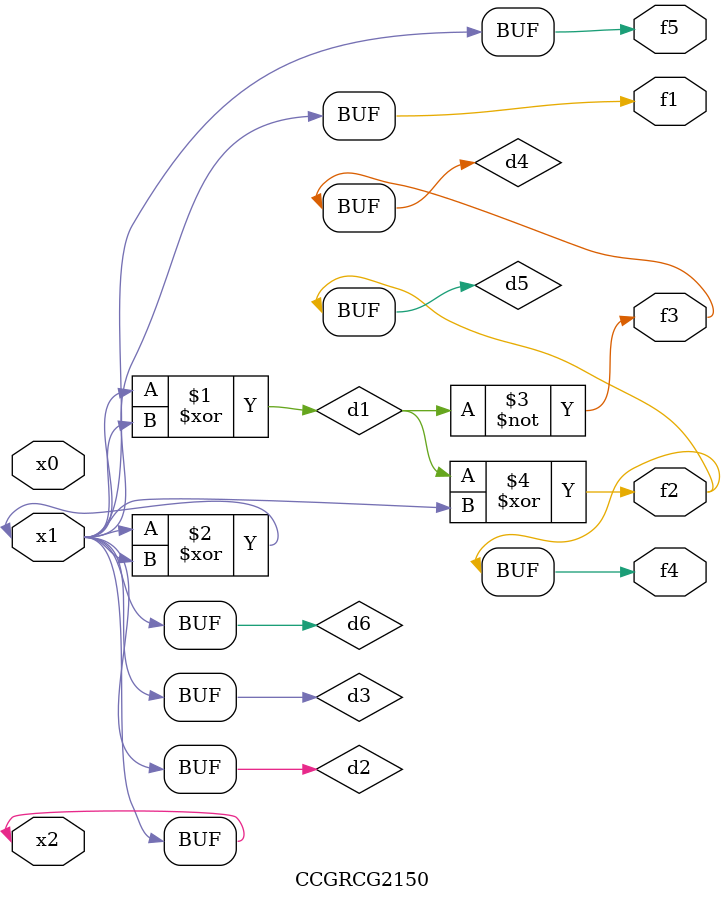
<source format=v>
module CCGRCG2150(
	input x0, x1, x2,
	output f1, f2, f3, f4, f5
);

	wire d1, d2, d3, d4, d5, d6;

	xor (d1, x1, x2);
	buf (d2, x1, x2);
	xor (d3, x1, x2);
	nor (d4, d1);
	xor (d5, d1, d2);
	buf (d6, d2, d3);
	assign f1 = d6;
	assign f2 = d5;
	assign f3 = d4;
	assign f4 = d5;
	assign f5 = d6;
endmodule

</source>
